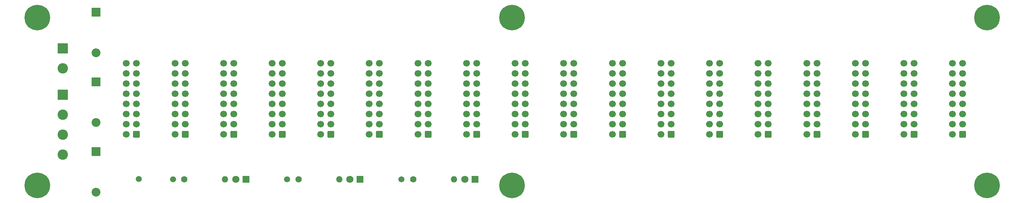
<source format=gbr>
%TF.GenerationSoftware,KiCad,Pcbnew,8.0.3*%
%TF.CreationDate,2024-07-24T09:33:32-04:00*%
%TF.ProjectId,eurorack-power-bus,6575726f-7261-4636-9b2d-706f7765722d,rev?*%
%TF.SameCoordinates,Original*%
%TF.FileFunction,Soldermask,Top*%
%TF.FilePolarity,Negative*%
%FSLAX46Y46*%
G04 Gerber Fmt 4.6, Leading zero omitted, Abs format (unit mm)*
G04 Created by KiCad (PCBNEW 8.0.3) date 2024-07-24 09:33:32*
%MOMM*%
%LPD*%
G01*
G04 APERTURE LIST*
G04 Aperture macros list*
%AMRoundRect*
0 Rectangle with rounded corners*
0 $1 Rounding radius*
0 $2 $3 $4 $5 $6 $7 $8 $9 X,Y pos of 4 corners*
0 Add a 4 corners polygon primitive as box body*
4,1,4,$2,$3,$4,$5,$6,$7,$8,$9,$2,$3,0*
0 Add four circle primitives for the rounded corners*
1,1,$1+$1,$2,$3*
1,1,$1+$1,$4,$5*
1,1,$1+$1,$6,$7*
1,1,$1+$1,$8,$9*
0 Add four rect primitives between the rounded corners*
20,1,$1+$1,$2,$3,$4,$5,0*
20,1,$1+$1,$4,$5,$6,$7,0*
20,1,$1+$1,$6,$7,$8,$9,0*
20,1,$1+$1,$8,$9,$2,$3,0*%
G04 Aperture macros list end*
%ADD10RoundRect,0.250000X0.600000X0.600000X-0.600000X0.600000X-0.600000X-0.600000X0.600000X-0.600000X0*%
%ADD11C,1.700000*%
%ADD12R,1.800000X1.800000*%
%ADD13C,1.800000*%
%ADD14R,2.200000X2.200000*%
%ADD15O,2.200000X2.200000*%
%ADD16C,1.500000*%
%ADD17R,2.600000X2.600000*%
%ADD18C,2.600000*%
%ADD19C,6.400000*%
%ADD20C,1.600000*%
%ADD21O,1.600000X1.600000*%
G04 APERTURE END LIST*
D10*
%TO.C,J6*%
X203728200Y-105866700D03*
D11*
X201188200Y-105866700D03*
X203728200Y-103326700D03*
X201188200Y-103326700D03*
X203728200Y-100786700D03*
X201188200Y-100786700D03*
X203728200Y-98246700D03*
X201188200Y-98246700D03*
X203728200Y-95706700D03*
X201188200Y-95706700D03*
X203728200Y-93166700D03*
X201188200Y-93166700D03*
X203728200Y-90626700D03*
X201188200Y-90626700D03*
X203728200Y-88086700D03*
X201188200Y-88086700D03*
%TD*%
D12*
%TO.C,L2*%
X114010654Y-117138375D03*
D13*
X111470654Y-117138375D03*
%TD*%
D14*
%TO.C,D1*%
X48130000Y-92718375D03*
D15*
X48130000Y-102878375D03*
%TD*%
D10*
%TO.C,J14*%
X106709400Y-105866700D03*
D11*
X104169400Y-105866700D03*
X106709400Y-103326700D03*
X104169400Y-103326700D03*
X106709400Y-100786700D03*
X104169400Y-100786700D03*
X106709400Y-98246700D03*
X104169400Y-98246700D03*
X106709400Y-95706700D03*
X104169400Y-95706700D03*
X106709400Y-93166700D03*
X104169400Y-93166700D03*
X106709400Y-90626700D03*
X104169400Y-90626700D03*
X106709400Y-88086700D03*
X104169400Y-88086700D03*
%TD*%
D16*
%TO.C,TP{2*%
X95735654Y-117138375D03*
%TD*%
D10*
%TO.C,J12*%
X130964100Y-105866700D03*
D11*
X128424100Y-105866700D03*
X130964100Y-103326700D03*
X128424100Y-103326700D03*
X130964100Y-100786700D03*
X128424100Y-100786700D03*
X130964100Y-98246700D03*
X128424100Y-98246700D03*
X130964100Y-95706700D03*
X128424100Y-95706700D03*
X130964100Y-93166700D03*
X128424100Y-93166700D03*
X130964100Y-90626700D03*
X128424100Y-90626700D03*
X130964100Y-88086700D03*
X128424100Y-88086700D03*
%TD*%
D17*
%TO.C,W1*%
X39825000Y-95938400D03*
D18*
X39825000Y-100938400D03*
X39825000Y-105938400D03*
X39825000Y-110938400D03*
%TD*%
D19*
%TO.C,M2*%
X33425000Y-118638400D03*
%TD*%
D20*
%TO.C,R1*%
X70121309Y-117138375D03*
D21*
X80281309Y-117138375D03*
%TD*%
D10*
%TO.C,J2*%
X252237600Y-105866700D03*
D11*
X249697600Y-105866700D03*
X252237600Y-103326700D03*
X249697600Y-103326700D03*
X252237600Y-100786700D03*
X249697600Y-100786700D03*
X252237600Y-98246700D03*
X249697600Y-98246700D03*
X252237600Y-95706700D03*
X249697600Y-95706700D03*
X252237600Y-93166700D03*
X249697600Y-93166700D03*
X252237600Y-90626700D03*
X249697600Y-90626700D03*
X252237600Y-88086700D03*
X249697600Y-88086700D03*
%TD*%
D20*
%TO.C,R2*%
X98655654Y-117138375D03*
D21*
X108815654Y-117138375D03*
%TD*%
D10*
%TO.C,J9*%
X167346200Y-105866700D03*
D11*
X164806200Y-105866700D03*
X167346200Y-103326700D03*
X164806200Y-103326700D03*
X167346200Y-100786700D03*
X164806200Y-100786700D03*
X167346200Y-98246700D03*
X164806200Y-98246700D03*
X167346200Y-95706700D03*
X164806200Y-95706700D03*
X167346200Y-93166700D03*
X164806200Y-93166700D03*
X167346200Y-90626700D03*
X164806200Y-90626700D03*
X167346200Y-88086700D03*
X164806200Y-88086700D03*
%TD*%
D10*
%TO.C,J4*%
X227982900Y-105866700D03*
D11*
X225442900Y-105866700D03*
X227982900Y-103326700D03*
X225442900Y-103326700D03*
X227982900Y-100786700D03*
X225442900Y-100786700D03*
X227982900Y-98246700D03*
X225442900Y-98246700D03*
X227982900Y-95706700D03*
X225442900Y-95706700D03*
X227982900Y-93166700D03*
X225442900Y-93166700D03*
X227982900Y-90626700D03*
X225442900Y-90626700D03*
X227982900Y-88086700D03*
X225442900Y-88086700D03*
%TD*%
D19*
%TO.C,M3*%
X151925000Y-76638375D03*
%TD*%
D17*
%TO.C,W2*%
X39825000Y-84338400D03*
D18*
X39825000Y-89338400D03*
%TD*%
D10*
%TO.C,J10*%
X155218800Y-105866700D03*
D11*
X152678800Y-105866700D03*
X155218800Y-103326700D03*
X152678800Y-103326700D03*
X155218800Y-100786700D03*
X152678800Y-100786700D03*
X155218800Y-98246700D03*
X152678800Y-98246700D03*
X155218800Y-95706700D03*
X152678800Y-95706700D03*
X155218800Y-93166700D03*
X152678800Y-93166700D03*
X155218800Y-90626700D03*
X152678800Y-90626700D03*
X155218800Y-88086700D03*
X152678800Y-88086700D03*
%TD*%
D12*
%TO.C,L3*%
X142705000Y-117138375D03*
D13*
X140165000Y-117138375D03*
%TD*%
D19*
%TO.C,M1*%
X33425000Y-76638400D03*
%TD*%
%TO.C,M4*%
X270425000Y-118638400D03*
%TD*%
%TO.C,M3*%
X270425000Y-76638400D03*
%TD*%
D10*
%TO.C,J15*%
X94582100Y-105866700D03*
D11*
X92042100Y-105866700D03*
X94582100Y-103326700D03*
X92042100Y-103326700D03*
X94582100Y-100786700D03*
X92042100Y-100786700D03*
X94582100Y-98246700D03*
X92042100Y-98246700D03*
X94582100Y-95706700D03*
X92042100Y-95706700D03*
X94582100Y-93166700D03*
X92042100Y-93166700D03*
X94582100Y-90626700D03*
X92042100Y-90626700D03*
X94582100Y-88086700D03*
X92042100Y-88086700D03*
%TD*%
D10*
%TO.C,J17*%
X70327400Y-105866700D03*
D11*
X67787400Y-105866700D03*
X70327400Y-103326700D03*
X67787400Y-103326700D03*
X70327400Y-100786700D03*
X67787400Y-100786700D03*
X70327400Y-98246700D03*
X67787400Y-98246700D03*
X70327400Y-95706700D03*
X67787400Y-95706700D03*
X70327400Y-93166700D03*
X67787400Y-93166700D03*
X70327400Y-90626700D03*
X67787400Y-90626700D03*
X70327400Y-88086700D03*
X67787400Y-88086700D03*
%TD*%
D16*
%TO.C,TP3*%
X124305000Y-117138375D03*
%TD*%
D19*
%TO.C,M4*%
X151925000Y-118638375D03*
%TD*%
D16*
%TO.C,TP1*%
X67321309Y-117138375D03*
%TD*%
D10*
%TO.C,J13*%
X118836800Y-105866700D03*
D11*
X116296800Y-105866700D03*
X118836800Y-103326700D03*
X116296800Y-103326700D03*
X118836800Y-100786700D03*
X116296800Y-100786700D03*
X118836800Y-98246700D03*
X116296800Y-98246700D03*
X118836800Y-95706700D03*
X116296800Y-95706700D03*
X118836800Y-93166700D03*
X116296800Y-93166700D03*
X118836800Y-90626700D03*
X116296800Y-90626700D03*
X118836800Y-88086700D03*
X116296800Y-88086700D03*
%TD*%
D10*
%TO.C,J7*%
X191600900Y-105866700D03*
D11*
X189060900Y-105866700D03*
X191600900Y-103326700D03*
X189060900Y-103326700D03*
X191600900Y-100786700D03*
X189060900Y-100786700D03*
X191600900Y-98246700D03*
X189060900Y-98246700D03*
X191600900Y-95706700D03*
X189060900Y-95706700D03*
X191600900Y-93166700D03*
X189060900Y-93166700D03*
X191600900Y-90626700D03*
X189060900Y-90626700D03*
X191600900Y-88086700D03*
X189060900Y-88086700D03*
%TD*%
D10*
%TO.C,J3*%
X240110300Y-105866700D03*
D11*
X237570300Y-105866700D03*
X240110300Y-103326700D03*
X237570300Y-103326700D03*
X240110300Y-100786700D03*
X237570300Y-100786700D03*
X240110300Y-98246700D03*
X237570300Y-98246700D03*
X240110300Y-95706700D03*
X237570300Y-95706700D03*
X240110300Y-93166700D03*
X237570300Y-93166700D03*
X240110300Y-90626700D03*
X237570300Y-90626700D03*
X240110300Y-88086700D03*
X237570300Y-88086700D03*
%TD*%
D10*
%TO.C,J18*%
X58200000Y-105866700D03*
D11*
X55660000Y-105866700D03*
X58200000Y-103326700D03*
X55660000Y-103326700D03*
X58200000Y-100786700D03*
X55660000Y-100786700D03*
X58200000Y-98246700D03*
X55660000Y-98246700D03*
X58200000Y-95706700D03*
X55660000Y-95706700D03*
X58200000Y-93166700D03*
X55660000Y-93166700D03*
X58200000Y-90626700D03*
X55660000Y-90626700D03*
X58200000Y-88086700D03*
X55660000Y-88086700D03*
%TD*%
D20*
%TO.C,R3*%
X127225000Y-117138375D03*
D21*
X137385000Y-117138375D03*
%TD*%
D14*
%TO.C,D3*%
X48130000Y-110178375D03*
D15*
X48130000Y-120338375D03*
%TD*%
D10*
%TO.C,J8*%
X179473500Y-105866700D03*
D11*
X176933500Y-105866700D03*
X179473500Y-103326700D03*
X176933500Y-103326700D03*
X179473500Y-100786700D03*
X176933500Y-100786700D03*
X179473500Y-98246700D03*
X176933500Y-98246700D03*
X179473500Y-95706700D03*
X176933500Y-95706700D03*
X179473500Y-93166700D03*
X176933500Y-93166700D03*
X179473500Y-90626700D03*
X176933500Y-90626700D03*
X179473500Y-88086700D03*
X176933500Y-88086700D03*
%TD*%
D12*
%TO.C,L1*%
X85521309Y-117138375D03*
D13*
X82981309Y-117138375D03*
%TD*%
D10*
%TO.C,J1*%
X264365000Y-105866700D03*
D11*
X261825000Y-105866700D03*
X264365000Y-103326700D03*
X261825000Y-103326700D03*
X264365000Y-100786700D03*
X261825000Y-100786700D03*
X264365000Y-98246700D03*
X261825000Y-98246700D03*
X264365000Y-95706700D03*
X261825000Y-95706700D03*
X264365000Y-93166700D03*
X261825000Y-93166700D03*
X264365000Y-90626700D03*
X261825000Y-90626700D03*
X264365000Y-88086700D03*
X261825000Y-88086700D03*
%TD*%
D16*
%TO.C,TP4*%
X58738155Y-117026750D03*
%TD*%
D14*
%TO.C,D2*%
X48130000Y-75258375D03*
D15*
X48130000Y-85418375D03*
%TD*%
D10*
%TO.C,J5*%
X215855600Y-105866700D03*
D11*
X213315600Y-105866700D03*
X215855600Y-103326700D03*
X213315600Y-103326700D03*
X215855600Y-100786700D03*
X213315600Y-100786700D03*
X215855600Y-98246700D03*
X213315600Y-98246700D03*
X215855600Y-95706700D03*
X213315600Y-95706700D03*
X215855600Y-93166700D03*
X213315600Y-93166700D03*
X215855600Y-90626700D03*
X213315600Y-90626700D03*
X215855600Y-88086700D03*
X213315600Y-88086700D03*
%TD*%
D10*
%TO.C,J16*%
X82454700Y-105866700D03*
D11*
X79914700Y-105866700D03*
X82454700Y-103326700D03*
X79914700Y-103326700D03*
X82454700Y-100786700D03*
X79914700Y-100786700D03*
X82454700Y-98246700D03*
X79914700Y-98246700D03*
X82454700Y-95706700D03*
X79914700Y-95706700D03*
X82454700Y-93166700D03*
X79914700Y-93166700D03*
X82454700Y-90626700D03*
X79914700Y-90626700D03*
X82454700Y-88086700D03*
X79914700Y-88086700D03*
%TD*%
D10*
%TO.C,J11*%
X143091500Y-105866700D03*
D11*
X140551500Y-105866700D03*
X143091500Y-103326700D03*
X140551500Y-103326700D03*
X143091500Y-100786700D03*
X140551500Y-100786700D03*
X143091500Y-98246700D03*
X140551500Y-98246700D03*
X143091500Y-95706700D03*
X140551500Y-95706700D03*
X143091500Y-93166700D03*
X140551500Y-93166700D03*
X143091500Y-90626700D03*
X140551500Y-90626700D03*
X143091500Y-88086700D03*
X140551500Y-88086700D03*
%TD*%
M02*

</source>
